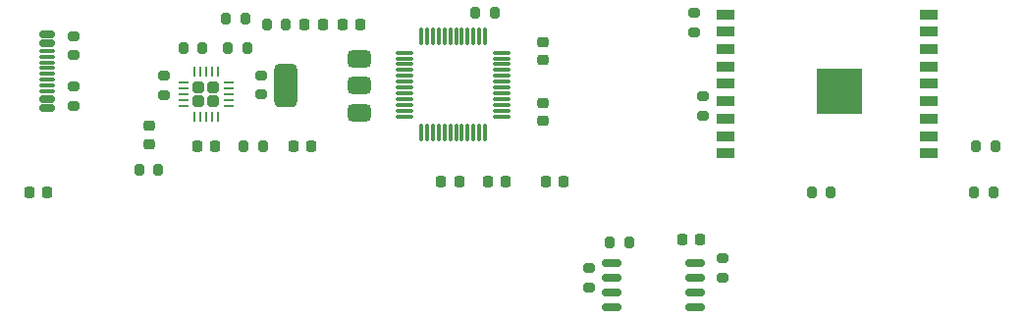
<source format=gtp>
G04 #@! TF.GenerationSoftware,KiCad,Pcbnew,9.0.3*
G04 #@! TF.CreationDate,2025-08-18T18:11:48-04:00*
G04 #@! TF.ProjectId,Calender,43616c65-6e64-4657-922e-6b696361645f,rev?*
G04 #@! TF.SameCoordinates,Original*
G04 #@! TF.FileFunction,Paste,Top*
G04 #@! TF.FilePolarity,Positive*
%FSLAX46Y46*%
G04 Gerber Fmt 4.6, Leading zero omitted, Abs format (unit mm)*
G04 Created by KiCad (PCBNEW 9.0.3) date 2025-08-18 18:11:48*
%MOMM*%
%LPD*%
G01*
G04 APERTURE LIST*
G04 Aperture macros list*
%AMRoundRect*
0 Rectangle with rounded corners*
0 $1 Rounding radius*
0 $2 $3 $4 $5 $6 $7 $8 $9 X,Y pos of 4 corners*
0 Add a 4 corners polygon primitive as box body*
4,1,4,$2,$3,$4,$5,$6,$7,$8,$9,$2,$3,0*
0 Add four circle primitives for the rounded corners*
1,1,$1+$1,$2,$3*
1,1,$1+$1,$4,$5*
1,1,$1+$1,$6,$7*
1,1,$1+$1,$8,$9*
0 Add four rect primitives between the rounded corners*
20,1,$1+$1,$2,$3,$4,$5,0*
20,1,$1+$1,$4,$5,$6,$7,0*
20,1,$1+$1,$6,$7,$8,$9,0*
20,1,$1+$1,$8,$9,$2,$3,0*%
G04 Aperture macros list end*
%ADD10RoundRect,0.200000X0.275000X-0.200000X0.275000X0.200000X-0.275000X0.200000X-0.275000X-0.200000X0*%
%ADD11RoundRect,0.200000X0.200000X0.275000X-0.200000X0.275000X-0.200000X-0.275000X0.200000X-0.275000X0*%
%ADD12RoundRect,0.225000X-0.250000X0.225000X-0.250000X-0.225000X0.250000X-0.225000X0.250000X0.225000X0*%
%ADD13RoundRect,0.375000X0.625000X0.375000X-0.625000X0.375000X-0.625000X-0.375000X0.625000X-0.375000X0*%
%ADD14RoundRect,0.500000X0.500000X1.400000X-0.500000X1.400000X-0.500000X-1.400000X0.500000X-1.400000X0*%
%ADD15RoundRect,0.200000X-0.200000X-0.275000X0.200000X-0.275000X0.200000X0.275000X-0.200000X0.275000X0*%
%ADD16RoundRect,0.250000X0.255000X0.255000X-0.255000X0.255000X-0.255000X-0.255000X0.255000X-0.255000X0*%
%ADD17RoundRect,0.062500X0.350000X0.062500X-0.350000X0.062500X-0.350000X-0.062500X0.350000X-0.062500X0*%
%ADD18RoundRect,0.062500X0.062500X0.350000X-0.062500X0.350000X-0.062500X-0.350000X0.062500X-0.350000X0*%
%ADD19RoundRect,0.225000X-0.225000X-0.250000X0.225000X-0.250000X0.225000X0.250000X-0.225000X0.250000X0*%
%ADD20RoundRect,0.225000X0.250000X-0.225000X0.250000X0.225000X-0.250000X0.225000X-0.250000X-0.225000X0*%
%ADD21RoundRect,0.200000X-0.275000X0.200000X-0.275000X-0.200000X0.275000X-0.200000X0.275000X0.200000X0*%
%ADD22RoundRect,0.225000X0.225000X0.250000X-0.225000X0.250000X-0.225000X-0.250000X0.225000X-0.250000X0*%
%ADD23R,1.500000X0.900000*%
%ADD24R,4.000000X4.000000*%
%ADD25RoundRect,0.075000X-0.662500X-0.075000X0.662500X-0.075000X0.662500X0.075000X-0.662500X0.075000X0*%
%ADD26RoundRect,0.075000X-0.075000X-0.662500X0.075000X-0.662500X0.075000X0.662500X-0.075000X0.662500X0*%
%ADD27RoundRect,0.150000X-0.500000X0.150000X-0.500000X-0.150000X0.500000X-0.150000X0.500000X0.150000X0*%
%ADD28RoundRect,0.075000X-0.575000X0.075000X-0.575000X-0.075000X0.575000X-0.075000X0.575000X0.075000X0*%
%ADD29RoundRect,0.162500X-0.650000X-0.162500X0.650000X-0.162500X0.650000X0.162500X-0.650000X0.162500X0*%
G04 APERTURE END LIST*
D10*
G04 #@! TO.C,R9*
X206000000Y-117650000D03*
X206000000Y-116000000D03*
G04 #@! TD*
D11*
G04 #@! TO.C,R12*
X232000000Y-127500000D03*
X230350000Y-127500000D03*
G04 #@! TD*
D12*
G04 #@! TO.C,C8*
X193000000Y-118500000D03*
X193000000Y-120050000D03*
G04 #@! TD*
D13*
G04 #@! TO.C,U4*
X177150000Y-124575000D03*
X177150000Y-122275000D03*
D14*
X170850000Y-122275000D03*
D13*
X177150000Y-119975000D03*
G04 #@! TD*
D15*
G04 #@! TO.C,R8*
X167175000Y-127500000D03*
X168825000Y-127500000D03*
G04 #@! TD*
D10*
G04 #@! TO.C,R18*
X197000000Y-139650000D03*
X197000000Y-138000000D03*
G04 #@! TD*
D16*
G04 #@! TO.C,U3*
X164562500Y-123625000D03*
X164562500Y-122375000D03*
X163312500Y-123625000D03*
X163312500Y-122375000D03*
D17*
X165875000Y-124000000D03*
X165875000Y-123500000D03*
X165875000Y-123000000D03*
X165875000Y-122500000D03*
X165875000Y-122000000D03*
D18*
X164937500Y-121062500D03*
X164437500Y-121062500D03*
X163937500Y-121062500D03*
X163437500Y-121062500D03*
X162937500Y-121062500D03*
D17*
X162000000Y-122000000D03*
X162000000Y-122500000D03*
X162000000Y-123000000D03*
X162000000Y-123500000D03*
X162000000Y-124000000D03*
D18*
X162937500Y-124937500D03*
X163437500Y-124937500D03*
X163937500Y-124937500D03*
X164437500Y-124937500D03*
X164937500Y-124937500D03*
G04 #@! TD*
D10*
G04 #@! TO.C,R19*
X206783327Y-124824268D03*
X206783327Y-123174268D03*
G04 #@! TD*
D19*
G04 #@! TO.C,C5*
X175725000Y-117000000D03*
X177275000Y-117000000D03*
G04 #@! TD*
D15*
G04 #@! TO.C,R7*
X165675000Y-116500000D03*
X167325000Y-116500000D03*
G04 #@! TD*
G04 #@! TO.C,R3*
X165850000Y-119000000D03*
X167500000Y-119000000D03*
G04 #@! TD*
D20*
G04 #@! TO.C,C2*
X159000000Y-127275000D03*
X159000000Y-125725000D03*
G04 #@! TD*
D19*
G04 #@! TO.C,C9*
X188225000Y-130500000D03*
X189775000Y-130500000D03*
G04 #@! TD*
D21*
G04 #@! TO.C,R13*
X168720849Y-121348158D03*
X168720849Y-122998158D03*
G04 #@! TD*
D19*
G04 #@! TO.C,C11*
X172450000Y-117000000D03*
X174000000Y-117000000D03*
G04 #@! TD*
D15*
G04 #@! TO.C,R6*
X158175000Y-129500000D03*
X159825000Y-129500000D03*
G04 #@! TD*
D22*
G04 #@! TO.C,C1*
X150275000Y-131500000D03*
X148725000Y-131500000D03*
G04 #@! TD*
D11*
G04 #@! TO.C,R14*
X188825000Y-116000000D03*
X187175000Y-116000000D03*
G04 #@! TD*
D19*
G04 #@! TO.C,C3*
X171500000Y-127500000D03*
X173050000Y-127500000D03*
G04 #@! TD*
D11*
G04 #@! TO.C,R4*
X163650000Y-119000000D03*
X162000000Y-119000000D03*
G04 #@! TD*
D23*
G04 #@! TO.C,U5*
X208750000Y-116100000D03*
X208750000Y-117600000D03*
X208750000Y-119100000D03*
X208750000Y-120600000D03*
X208750000Y-122100000D03*
X208750000Y-123600000D03*
X208750000Y-125100000D03*
X208750000Y-126600000D03*
X208750000Y-128100000D03*
X226250000Y-128100000D03*
X226250000Y-126600000D03*
X226250000Y-125100000D03*
X226250000Y-123600000D03*
X226250000Y-122100000D03*
X226250000Y-120600000D03*
X226250000Y-119100000D03*
X226250000Y-117600000D03*
X226250000Y-116100000D03*
D24*
X218600000Y-122710000D03*
G04 #@! TD*
D19*
G04 #@! TO.C,C10*
X184225000Y-130500000D03*
X185775000Y-130500000D03*
G04 #@! TD*
D21*
G04 #@! TO.C,R2*
X152500000Y-122350000D03*
X152500000Y-124000000D03*
G04 #@! TD*
D22*
G04 #@! TO.C,C4*
X164712500Y-127500000D03*
X163162500Y-127500000D03*
G04 #@! TD*
D10*
G04 #@! TO.C,R5*
X160286010Y-123041711D03*
X160286010Y-121391711D03*
G04 #@! TD*
D25*
G04 #@! TO.C,U1*
X181087500Y-119412500D03*
X181087500Y-119912500D03*
X181087500Y-120412500D03*
X181087500Y-120912500D03*
X181087500Y-121412500D03*
X181087500Y-121912500D03*
X181087500Y-122412500D03*
X181087500Y-122912500D03*
X181087500Y-123412500D03*
X181087500Y-123912500D03*
X181087500Y-124412500D03*
X181087500Y-124912500D03*
D26*
X182500000Y-126325000D03*
X183000000Y-126325000D03*
X183500000Y-126325000D03*
X184000000Y-126325000D03*
X184500000Y-126325000D03*
X185000000Y-126325000D03*
X185500000Y-126325000D03*
X186000000Y-126325000D03*
X186500000Y-126325000D03*
X187000000Y-126325000D03*
X187500000Y-126325000D03*
X188000000Y-126325000D03*
D25*
X189412500Y-124912500D03*
X189412500Y-124412500D03*
X189412500Y-123912500D03*
X189412500Y-123412500D03*
X189412500Y-122912500D03*
X189412500Y-122412500D03*
X189412500Y-121912500D03*
X189412500Y-121412500D03*
X189412500Y-120912500D03*
X189412500Y-120412500D03*
X189412500Y-119912500D03*
X189412500Y-119412500D03*
D26*
X188000000Y-118000000D03*
X187500000Y-118000000D03*
X187000000Y-118000000D03*
X186500000Y-118000000D03*
X186000000Y-118000000D03*
X185500000Y-118000000D03*
X185000000Y-118000000D03*
X184500000Y-118000000D03*
X184000000Y-118000000D03*
X183500000Y-118000000D03*
X183000000Y-118000000D03*
X182500000Y-118000000D03*
G04 #@! TD*
D27*
G04 #@! TO.C,J2*
X150245000Y-117800000D03*
X150245000Y-118600000D03*
D28*
X150245000Y-119750000D03*
X150245000Y-120750000D03*
X150245000Y-121250000D03*
X150245000Y-122250000D03*
D27*
X150245000Y-123400000D03*
X150245000Y-124200000D03*
X150245000Y-124200000D03*
X150245000Y-123400000D03*
D28*
X150245000Y-122750000D03*
X150245000Y-121750000D03*
X150245000Y-120250000D03*
X150245000Y-119250000D03*
D27*
X150245000Y-118600000D03*
X150245000Y-117800000D03*
G04 #@! TD*
D20*
G04 #@! TO.C,C6*
X193000000Y-125275000D03*
X193000000Y-123725000D03*
G04 #@! TD*
D19*
G04 #@! TO.C,C7*
X193225000Y-130500000D03*
X194775000Y-130500000D03*
G04 #@! TD*
D15*
G04 #@! TO.C,R10*
X216175000Y-131500000D03*
X217825000Y-131500000D03*
G04 #@! TD*
D11*
G04 #@! TO.C,R15*
X170825000Y-117000000D03*
X169175000Y-117000000D03*
G04 #@! TD*
D29*
G04 #@! TO.C,U6*
X198912500Y-137595000D03*
X198912500Y-138865000D03*
X198912500Y-140135000D03*
X198912500Y-141405000D03*
X206087500Y-141405000D03*
X206087500Y-140135000D03*
X206087500Y-138865000D03*
X206087500Y-137595000D03*
G04 #@! TD*
D21*
G04 #@! TO.C,R1*
X152500000Y-118000000D03*
X152500000Y-119650000D03*
G04 #@! TD*
D10*
G04 #@! TO.C,R16*
X208500000Y-138825000D03*
X208500000Y-137175000D03*
G04 #@! TD*
D22*
G04 #@! TO.C,C12*
X206550000Y-135500000D03*
X205000000Y-135500000D03*
G04 #@! TD*
D15*
G04 #@! TO.C,R11*
X230175000Y-131500000D03*
X231825000Y-131500000D03*
G04 #@! TD*
G04 #@! TO.C,R17*
X198754035Y-135743024D03*
X200404035Y-135743024D03*
G04 #@! TD*
M02*

</source>
